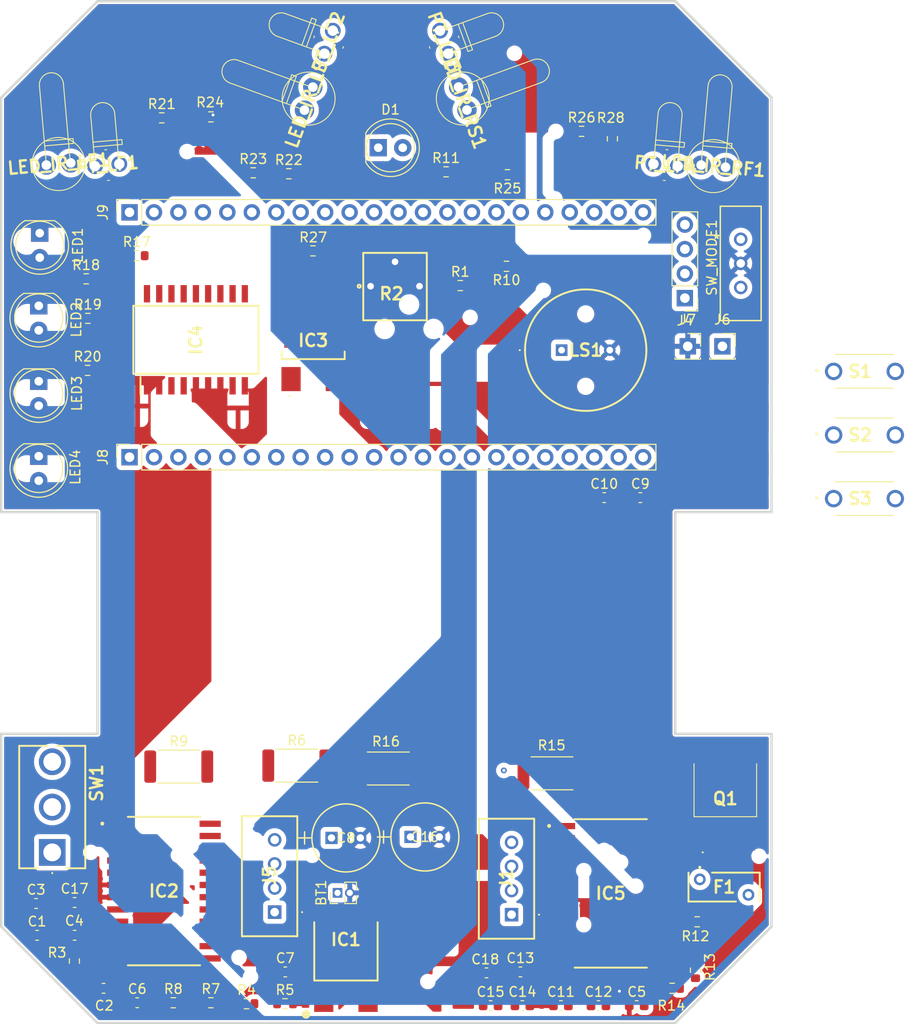
<source format=kicad_pcb>
(kicad_pcb (version 20240108) (generator "pcbnew") (generator_version "8.0")
  (layers (0 "F.Cu" signal) (31 "B.Cu" signal) (34 "B.Paste" user) (35 "F.Paste" user) (36 "B.SilkS" user "B.Silkscreen") (37 "F.SilkS" user "F.Silkscreen") (38 "B.Mask" user) (39 "F.Mask" user) (44 "Edge.Cuts" user))
  (net 0 "")
  (net 1 "GND")
  (net 3 "MODE")
  (net 4 "Net-(BT1-+)")
  (net 5 "+12V")
  (net 6 "Net-(IC2-VCP)")
  (net 7 "Net-(IC2-VREG)")
  (net 8 "5V")
  (net 9 "+5V")
  (net 10 "+3V3")
  (net 11 "Net-(IC5-VCP)")
  (net 12 "Net-(IC5-VREG)")
  (net 13 "Net-(IC2-CP1)")
  (net 14 "Net-(IC2-CP2)")
  (net 15 "Net-(IC5-CP1)")
  (net 16 "Net-(IC5-CP2)")
  (net 17 "Net-(D1-K)")
  (net 18 "Net-(Q1-S)")
  (net 19 "Net-(IC2-SENSE2)")
  (net 20 "MOTOR_EN")
  (net 21 "Net-(IC2-SENSE1)")
  (net 22 "DIR_L")
  (net 23 "Net-(IC2-OUT1B)")
  (net 24 "Net-(IC2-OUT2A)")
  (net 25 "Net-(IC2-OUT2B)")
  (net 26 "Net-(IC2-REF)")
  (net 27 "STEP_L")
  (net 28 "Net-(IC2-OUT1A)")
  (net 29 "SEN_LED_LS")
  (net 30 "Net-(IC4-O6)")
  (net 31 "Net-(IC4-O4)")
  (net 32 "LED1")
  (net 33 "Net-(IC4-O3)")
  (net 34 "SEN_LED_LF")
  (net 35 "SEN_LED_RF")
  (net 36 "Net-(IC4-O5)")
  (net 37 "LED2")
  (net 38 "Net-(IC4-O2)")
  (net 39 "SEN_LED_RS")
  (net 40 "LED3")
  (net 41 "Net-(IC4-O8)")
  (net 42 "Net-(IC4-O7)")
  (net 43 "LED4")
  (net 44 "Net-(IC4-O1)")
  (net 46 "Net-(IC5-SENSE1)")
  (net 47 "Net-(IC5-OUT2B)")
  (net 48 "Net-(IC5-REF)")
  (net 49 "Net-(IC5-OUT1A)")
  (net 50 "Net-(IC5-OUT1B)")
  (net 51 "STEP_R")
  (net 52 "DIR_R")
  (net 53 "Net-(IC5-SENSE2)")
  (net 54 "Net-(IC5-OUT2A)")
  (net 55 "UA3")
  (net 56 "UA4")
  (net 57 "UA2")
  (net 58 "UA1")
  (net 59 "VDD")
  (net 64 "AD_LS")
  (net 65 "AD_RS")
  (net 69 "AD_LF")
  (net 72 "AD_RF")
  (net 75 "DOWN")
  (net 76 "UP")
  (net 78 "BUZZER")
  (net 80 "EXECUTE")
  (net 84 "Net-(LED1-K)")
  (net 85 "Net-(LED2-K)")
  (net 86 "Net-(LED3-K)")
  (net 87 "Net-(LED4-K)")
  (net 88 "Net-(LED_IR_LF1-K)")
  (net 89 "Net-(LED_IR_LS1-K)")
  (net 90 "Net-(LED_IR_RF1-K)")
  (net 91 "Net-(LED_IR_RS1-K)")
  (net 92 "Net-(LS1-+)")
  (net 93 "Net-(Q1-D)")
  (net 95 "Net-(R4-Pad2)")
  (net 96 "BATTERY")
  (net 97 "Net-(R13-Pad2)")
  (footprint "Resistor_SMD:R_0603_1608Metric" (layer "F.Cu") (at 121.4 70)
    (property "Reference" "R19" (at 0 -1.43 0) (layer "F.SilkS"))
    (property "Value" "1k" (hide yes))
    (pad "1" smd roundrect (at -0.825 0) (size 0.8 0.95) (layers "F.Cu" "F.Paste" "F.Mask") (net 86 "Net-(LED3-K)"))
    (pad "2" smd roundrect (at 0.825 0) (size 0.8 0.95) (layers "F.Cu" "F.Paste" "F.Mask") (net 33 "Net-(IC4-O3)"))
  )
  (footprint "Capacitor_SMD:C_0603_1608Metric" (layer "F.Cu") (at 116.125 134)
    (property "Reference" "C1" (at 0 -1.43 0) (layer "F.SilkS"))
    (property "Value" "10u" (hide yes))
    (pad "1" smd roundrect (at -0.775 0) (size 0.9 0.95) (layers "F.Cu" "F.Paste" "F.Mask") (net 5 "+12V"))
    (pad "2" smd roundrect (at 0.775 0) (size 0.9 0.95) (layers "F.Cu" "F.Paste" "F.Mask") (net 1 "GND"))
  )
  (footprint "Connector_PinSocket_2.54mm:PinSocket_1x22_P2.54mm_Vertical" (layer "F.Cu") (at 125.725 59 90)
    (property "Reference" "J9" (at 0 -2.77 90) (layer "F.SilkS"))
    (property "Value" "Conn_01x22_Socket" (hide yes))
    (pad "1" thru_hole rect (at 0 0 90) (size 1.7 1.7) (drill 1) (layers "*.Cu" "*.Mask"))
    (pad "2" thru_hole oval (at 0 2.54 90) (size 1.7 1.7) (drill 1) (layers "*.Cu" "*.Mask"))
    (pad "3" thru_hole oval (at 0 5.08 90) (size 1.7 1.7) (drill 1) (layers "*.Cu" "*.Mask"))
    (pad "4" thru_hole oval (at 0 7.62 90) (size 1.7 1.7) (drill 1) (layers "*.Cu" "*.Mask") (net 22 "DIR_L"))
    (pad "5" thru_hole oval (at 0 10.16 90) (size 1.7 1.7) (drill 1) (layers "*.Cu" "*.Mask") (net 52 "DIR_R"))
    (pad "6" thru_hole oval (at 0 12.7 90) (size 1.7 1.7) (drill 1) (layers "*.Cu" "*.Mask") (net 27 "STEP_L"))
    (pad "7" thru_hole oval (at 0 15.24 90) (size 1.7 1.7) (drill 1) (layers "*.Cu" "*.Mask") (net 51 "STEP_R"))
    (pad "8" thru_hole oval (at 0 17.78 90) (size 1.7 1.7) (drill 1) (layers "*.Cu" "*.Mask") (net 78 "BUZZER"))
    (pad "9" thru_hole oval (at 0 20.32 90) (size 1.7 1.7) (drill 1) (layers "*.Cu" "*.Mask") (net 20 "MOTOR_EN"))
    (pad "10" thru_hole oval (at 0 22.86 90) (size 1.7 1.7) (drill 1) (layers "*.Cu" "*.Mask") (net 76 "UP"))
    (pad "11" thru_hole oval (at 0 25.4 90) (size 1.7 1.7) (drill 1) (layers "*.Cu" "*.Mask") (net 75 "DOWN"))
    (pad "12" thru_hole oval (at 0 27.94 90) (size 1.7 1.7) (drill 1) (layers "*.Cu" "*.Mask") (net 80 "EXECUTE"))
    (pad "13" thru_hole oval (at 0 30.48 90) (size 1.7 1.7) (drill 1) (layers "*.Cu" "*.Mask") (net 3 "MODE"))
    (pad "14" thru_hole oval (at 0 33.02 90) (size 1.7 1.7) (drill 1) (layers "*.Cu" "*.Mask"))
    (pad "15" thru_hole oval (at 0 35.56 90) (size 1.7 1.7) (drill 1) (layers "*.Cu" "*.Mask") (net 58 "UA1"))
    (pad "16" thru_hole oval (at 0 38.1 90) (size 1.7 1.7) (drill 1) (layers "*.Cu" "*.Mask") (net 57 "UA2"))
    (pad "17" thru_hole oval (at 0 40.64 90) (size 1.7 1.7) (drill 1) (layers "*.Cu" "*.Mask") (net 55 "UA3"))
    (pad "18" thru_hole oval (at 0 43.18 90) (size 1.7 1.7) (drill 1) (layers "*.Cu" "*.Mask") (net 56 "UA4"))
    (pad "19" thru_hole oval (at 0 45.72 90) (size 1.7 1.7) (drill 1) (layers "*.Cu" "*.Mask") (net 65 "AD_RS"))
    (pad "20" thru_hole oval (at 0 48.26 90) (size 1.7 1.7) (drill 1) (layers "*.Cu" "*.Mask"))
    (pad "21" thru_hole oval (at 0 50.8 90) (size 1.7 1.7) (drill 1) (layers "*.Cu" "*.Mask"))
    (pad "22" thru_hole oval (at 0 53.34 90) (size 1.7 1.7) (drill 1) (layers "*.Cu" "*.Mask"))
  )
  (footprint "ANT11SF1CQE:ANT11SF1CQE" (layer "F.Cu") (at 117.7 125.4)
    (property "Reference" "SW1" (at 4.6 -7.2 -90) (layer "F.SilkS") (effects (font (size 1.27 1.27) (thickness 0.254))))
    (property "Value" "SW_SPST" (hide yes))
    (pad "1" thru_hole rect (at 0 0) (size 2.775 2.775) (drill 1.85) (layers "*.Cu" "*.Mask") (net 93 "Net-(Q1-D)"))
    (pad "2" thru_hole circle (at 0 -4.7) (size 2.775 2.775) (drill 1.85) (layers "*.Cu" "*.Mask") (net 4 "Net-(BT1-+)"))
    (pad "3" thru_hole circle (at 0 -9.4) (size 2.775 2.775) (drill 1.85) (layers "*.Cu" "*.Mask"))
  )
  (footprint "EG1218:SW_1218_EWI" (layer "F.Cu") (at 189.2 61.8)
    (property "Reference" "SW_MODE1" (at -3 1.9 90) (layer "F.SilkS"))
    (property "Value" "~")
    (fp_text user "*" (at -2.5019 0 0) (layer "F.SilkS"))
    (fp_text user "*" (at -2.5019 0 0) (layer "F.SilkS"))
    (pad "1" thru_hole circle (at 0 0) (size 1.397 1.397) (drill 0.889) (layers "*.Cu" "*.Mask") (net 3 "MODE"))
    (pad "2" thru_hole circle (at 0 2.5) (size 1.397 1.397) (drill 0.889) (layers "*.Cu" "*.Mask") (net 1 "GND"))
    (pad "3" thru_hole circle (at 0 5) (size 1.397 1.397) (drill 0.889) (layers "*.Cu" "*.Mask"))
  )
  (footprint "PTS636_SL43_LFS:PTS636SL43LFS" (layer "F.Cu") (at 198.85 88.7)
    (property "Reference" "S3" (at 2.75 0 0) (layer "F.SilkS") (effects (font (size 1.27 1.27) (thickness 0.254))))
    (property "Value" "PTS636_SL43_LFS" (hide yes))
    (pad "1" thru_hole circle (at 0 0) (size 1.8 1.8) (drill 1.2) (layers "*.Cu" "*.Mask") (net 80 "EXECUTE"))
    (pad "2" thru_hole circle (at 6.4 0) (size 1.8 1.8) (drill 1.2) (layers "*.Cu" "*.Mask") (net 1 "GND"))
  )
  (footprint "Capacitor_SMD:C_0603_1608Metric" (layer "F.Cu") (at 126.525 141)
    (property "Reference" "C6" (at 0 -1.43 0) (layer "F.SilkS"))
    (property "Value" "10u" (hide yes))
    (pad "1" smd roundrect (at -0.775 0) (size 0.9 0.95) (layers "F.Cu" "F.Paste" "F.Mask") (net 8 "5V"))
    (pad "2" smd roundrect (at 0.775 0) (size 0.9 0.95) (layers "F.Cu" "F.Paste" "F.Mask") (net 1 "GND"))
  )
  (footprint "Resistor_SMD:R_0603_1608Metric" (layer "F.Cu") (at 138.575 54.9)
    (property "Reference" "R23" (at 0 -1.43 0) (layer "F.SilkS"))
    (property "Value" "33" (hide yes))
    (pad "1" smd roundrect (at -0.825 0) (size 0.8 0.95) (layers "F.Cu" "F.Paste" "F.Mask") (net 89 "Net-(LED_IR_LS1-K)"))
    (pad "2" smd roundrect (at 0.825 0) (size 0.8 0.95) (layers "F.Cu" "F.Paste" "F.Mask") (net 36 "Net-(IC4-O5)"))
  )
  (footprint "Capacitor_SMD:C_0603_1608Metric" (layer "F.Cu") (at 162.8 137.9 180)
    (property "Reference" "C18" (at 0.125 1.4 360) (layer "F.SilkS"))
    (property "Value" "0.1u" (hide yes))
    (pad "1" smd roundrect (at -0.775 0 180) (size 0.9 0.95) (layers "F.Cu" "F.Paste" "F.Mask") (net 16 "Net-(IC5-CP2)"))
    (pad "2" smd roundrect (at 0.775 0 180) (size 0.9 0.95) (layers "F.Cu" "F.Paste" "F.Mask") (net 15 "Net-(IC5-CP1)"))
  )
  (footprint "Connector_PinSocket_2.54mm:PinSocket_1x22_P2.54mm_Vertical" (layer "F.Cu") (at 125.725 84.4 90)
    (property "Reference" "J8" (at 0 -2.77 90) (layer "F.SilkS"))
    (property "Value" "Conn_01x22_Socket" (hide yes))
    (pad "1" thru_hole rect (at 0 0 90) (size 1.7 1.7) (drill 1) (layers "*.Cu" "*.Mask"))
    (pad "2" thru_hole oval (at 0 2.54 90) (size 1.7 1.7) (drill 1) (layers "*.Cu" "*.Mask"))
    (pad "3" thru_hole oval (at 0 5.08 90) (size 1.7 1.7) (drill 1) (layers "*.Cu" "*.Mask"))
    (pad "4" thru_hole oval (at 0 7.62 90) (size 1.7 1.7) (drill 1) (layers "*.Cu" "*.Mask") (net 32 "LED1"))
    (pad "5" thru_hole oval (at 0 10.16 90) (size 1.7 1.7) (drill 1) (layers "*.Cu" "*.Mask") (net 37 "LED2"))
    (pad "6" thru_hole oval (at 0 12.7 90) (size 1.7 1.7) (drill 1) (layers "*.Cu" "*.Mask") (net 40 "LED3"))
    (pad "7" thru_hole oval (at 0 15.24 90) (size 1.7 1.7) (drill 1) (layers "*.Cu" "*.Mask") (net 43 "LED4"))
    (pad "8" thru_hole oval (at 0 17.78 90) (size 1.7 1.7) (drill 1) (layers "*.Cu" "*.Mask") (net 29 "SEN_LED_LS"))
    (pad "9" thru_hole oval (at 0 20.32 90) (size 1.7 1.7) (drill 1) (layers "*.Cu" "*.Mask") (net 34 "SEN_LED_LF"))
    (pad "10" thru_hole oval (at 0 22.86 90) (size 1.7 1.7) (drill 1) (layers "*.Cu" "*.Mask") (net 35 "SEN_LED_RF"))
    (pad "11" thru_hole oval (at 0 25.4 90) (size 1.7 1.7) (drill 1) (layers "*.Cu" "*.Mask") (net 39 "SEN_LED_RS"))
    (pad "12" thru_hole oval (at 0 27.94 90) (size 1.7 1.7) (drill 1) (layers "*.Cu" "*.Mask") (net 96 "BATTERY"))
    (pad "13" thru_hole oval (at 0 30.48 90) (size 1.7 1.7) (drill 1) (layers "*.Cu" "*.Mask"))
    (pad "14" thru_hole oval (at 0 33.02 90) (size 1.7 1.7) (drill 1) (layers "*.Cu" "*.Mask"))
    (pad "15" thru_hole oval (at 0 35.56 90) (size 1.7 1.7) (drill 1) (layers "*.Cu" "*.Mask"))
    (pad "16" thru_hole oval (at 0 38.1 90) (size 1.7 1.7) (drill 1) (layers "*.Cu" "*.Mask") (net 69 "AD_LF"))
    (pad "17" thru_hole oval (at 0 40.64 90) (size 1.7 1.7) (drill 1) (layers "*.Cu" "*.Mask") (net 64 "AD_LS"))
    (pad "18" thru_hole oval (at 0 43.18 90) (size 1.7 1.7) (drill 1) (layers "*.Cu" "*.Mask"))
    (pad "19" thru_hole oval (at 0 45.72 90) (size 1.7 1.7) (drill 1) (layers "*.Cu" "*.Mask") (net 72 "AD_RF"))
    (pad "20" thru_hole oval (at 0 48.26 90) (size 1.7 1.7) (drill 1) (layers "*.Cu" "*.Mask"))
    (pad "21" thru_hole oval (at 0 50.8 90) (size 1.7 1.7) (drill 1) (layers "*.Cu" "*.Mask"))
    (pad "22" thru_hole oval (at 0 53.34 90) (size 1.7 1.7) (drill 1) (layers "*.Cu" "*.Mask"))
  )
  (footprint "Resistor_SMD:R_2512_6332Metric" (layer "F.Cu") (at 169.6 117.2 180)
    (property "Reference" "R15" (at 0.0375 2.9 360) (layer "F.SilkS"))
    (property "Value" "0.56" (hide yes))
    (pad "1" smd roundrect (at -2.9625 0 180) (size 1.225 3.35) (layers "F.Cu" "F.Paste" "F.Mask") (roundrect_rratio 0.204082) (net 46 "Net-(IC5-SENSE1)"))
    (pad "2" smd roundrect (at 2.9625 0 180) (size 1.225 3.35) (layers "F.Cu" "F.Paste" "F.Mask") (roundrect_rratio 0.204082) (net 1 "GND"))
  )
  (footprint "PTS636_SL43_LFS:PTS636SL43LFS" (layer "F.Cu") (at 198.85 82.1)
    (property "Reference" "S2" (at 2.75 0 0) (layer "F.SilkS") (effects (font (size 1.27 1.27) (thickness 0.254))))
    (property "Value" "PTS636_SL43_LFS" (hide yes))
    (pad "1" thru_hole circle (at 0 0) (size 1.8 1.8) (drill 1.2) (layers "*.Cu" "*.Mask") (net 75 "DOWN"))
    (pad "2" thru_hole circle (at 6.4 0) (size 1.8 1.8) (drill 1.2) (layers "*.Cu" "*.Mask") (net 1 "GND"))
  )
  (footprint "Capacitor_SMD:C_0603_1608Metric" (layer "F.Cu") (at 116.025 130.7)
    (property "Reference" "C3" (at 0 -1.43 0) (layer "F.SilkS"))
    (property "Value" "0.1u" (hide yes))
    (pad "1" smd roundrect (at -0.775 0) (size 0.9 0.95) (layers "F.Cu" "F.Paste" "F.Mask") (net 5 "+12V"))
    (pad "2" smd roundrect (at 0.775 0) (size 0.9 0.95) (layers "F.Cu" "F.Paste" "F.Mask") (net 6 "Net-(IC2-VCP)"))
  )
  (footprint "A3982SLBTR-T:A3959SLBTRT" (layer "F.Cu") (at 175.7 129.655)
    (property "Reference" "IC5" (at 0 0 0) (layer "F.SilkS") (effects (font (size 1.27 1.27) (thickness 0.254))))
    (property "Value" "A3982SLBTR-T" (hide yes))
    (pad "1" smd rect (at -4.8 -6.985 90) (size 0.65 2.2) (layers "F.Cu" "F.Paste" "F.Mask") (net 54 "Net-(IC5-OUT2A)"))
    (pad "2" smd rect (at -4.8 -5.715 90) (size 0.65 2.2) (layers "F.Cu" "F.Paste" "F.Mask") (net 53 "Net-(IC5-SENSE2)"))
    (pad "3" smd rect (at -4.8 -4.445 90) (size 0.65 2.2) (layers "F.Cu" "F.Paste" "F.Mask") (net 5 "+12V"))
    (pad "4" smd rect (at -4.8 -3.175 90) (size 0.65 2.2) (layers "F.Cu" "F.Paste" "F.Mask") (net 47 "Net-(IC5-OUT2B)"))
    (pad "5" smd rect (at -4.8 -1.905 90) (size 0.65 2.2) (layers "F.Cu" "F.Paste" "F.Mask") (net 20 "MOTOR_EN"))
    (pad "6" smd rect (at -4.8 -0.635 90) (size 0.65 2.2) (layers "F.Cu" "F.Paste" "F.Mask") (net 1 "GND"))
    (pad "7" smd rect (at -4.8 0.635 90) (size 0.65 2.2) (layers "F.Cu" "F.Paste" "F.Mask") (net 1 "GND"))
    (pad "8" smd rect (at -4.8 1.905 90) (size 0.65 2.2) (layers "F.Cu" "F.Paste" "F.Mask") (net 15 "Net-(IC5-CP1)"))
    (pad "9" smd rect (at -4.8 3.175 90) (size 0.65 2.2) (layers "F.Cu" "F.Paste" "F.Mask") (net 16 "Net-(IC5-CP2)"))
    (pad "10" smd rect (at -4.8 4.445 90) (size 0.65 2.2) (layers "F.Cu" "F.Paste" "F.Mask") (net 11 "Net-(IC5-VCP)"))
    (pad "11" smd rect (at -4.8 5.715 90) (size 0.65 2.2) (layers "F.Cu" "F.Paste" "F.Mask") (net 12 "Net-(IC5-VREG)"))
    (pad "12" smd rect (at -4.8 6.985 90) (size 0.65 2.2) (layers "F.Cu" "F.Paste" "F.Mask") (net 5 "+12V"))
    (pad "13" smd rect (at 4.8 6.985 90) (size 0.65 2.2) (layers "F.Cu" "F.Paste" "F.Mask") (net 5 "+12V"))
    (pad "14" smd rect (at 4.8 5.715 90) (size 0.65 2.2) (layers "F.Cu" "F.Paste" "F.Mask") (net 5 "+12V"))
    (pad "15" smd rect (at 4.8 4.445 90) (size 0.65 2.2) (layers "F.Cu" "F.Paste" "F.Mask") (net 5 "+12V"))
    (pad "16" smd rect (at 4.8 3.175 90) (size 0.65 2.2) (layers "F.Cu" "F.Paste" "F.Mask") (net 51 "STEP_R"))
    (pad "17" smd rect (at 4.8 1.905 90) (size 0.65 2.2) (layers "F.Cu" "F.Paste" "F.Mask") (net 48 "Net-(IC5-REF)"))
    (pad "18" smd rect (at 4.8 0.635 90) (size 0.65 2.2) (layers "F.Cu" "F.Paste" "F.Mask") (net 1 "GND"))
    (pad "19" smd rect (at 4.8 -0.635 90) (size 0.65 2.2) (layers "F.Cu" "F.Paste" "F.Mask") (net 1 "GND"))
    (pad "20" smd rect (at 4.8 -1.905 90) (size 0.65 2.2) (layers "F.Cu" "F.Paste" "F.Mask") (net 52 "DIR_R"))
    (pad "21" smd rect (at 4.8 -3.175 90) (size 0.65 2.2) (layers "F.Cu" "F.Paste" "F.Mask") (net 50 "Net-(IC5-OUT1B)"))
    (pad "22" smd rect (at 4.8 -4.445 90) (size 0.65 2.2) (layers "F.Cu" "F.Paste" "F.Mask") (net 5 "+12V"))
    (pad "23" smd rect (at 4.8 -5.715 90) (size 0.65 2.2) (layers "F.Cu" "F.Paste" "F.Mask") (net 46 "Net-(IC5-SENSE1)"))
    (pad "24" smd rect (at 4.8 -6.985 90) (size 0.65 2.2) (layers "F.Cu" "F.Paste" "F.Mask") (net 49 "Net-(IC5-OUT1A)"))
  )
  (footprint "Resistor_SMD:R_0603_1608Metric" (layer "F.Cu") (at 134.175 141)
    (property "Reference" "R7" (at 0 -1.43 0) (layer "F.SilkS"))
    (property "Value" "10k" (hide yes))
    (pad "1" smd roundrect (at -0.825 0) (size 0.8 0.95) (layers "F.Cu" "F.Paste" "F.Mask") (net 96 "BATTERY"))
    (pad "2" smd roundrect (at 0.825 0) (size 0.8 0.95) (layers "F.Cu" "F.Paste" "F.Mask") (net 5 "+12V"))
  )
  (footprint "Capacitor_SMD:C_0603_1608Metric" (layer "F.Cu") (at 166.525 141.3)
    (property "Reference" "C14" (at 0 -1.43 0) (layer "F.SilkS"))
    (property "Value" "1u" (hide yes))
    (pad "1" smd roundrect (at -0.775 0) (size 0.9 0.95) (layers "F.Cu" "F.Paste" "F.Mask") (net 12 "Net-(IC5-VREG)"))
    (pad "2" smd roundrect (at 0.775 0) (size 0.9 0.95) (layers "F.Cu" "F.Paste" "F.Mask") (net 1 "GND"))
  )
  (footprint "Resistor_SMD:R_0603_1608Metric" (layer "F.Cu") (at 184.675 132.6)
    (property "Reference" "R12" (at -0.175 1.5 180) (layer "F.SilkS"))
    (property "Value" "10k" (hide yes))
    (pad "1" smd roundrect (at -0.825 0) (size 0.8 0.95) (layers "F.Cu" "F.Paste" "F.Mask") (net 5 "+12V"))
    (pad "2" smd roundrect (at 0.825 0) (size 0.8 0.95) (layers "F.Cu" "F.Paste" "F.Mask") (net 48 "Net-(IC5-REF)"))
  )
  (footprint "Resistor_SMD:R_0603_1608Metric" (layer "F.Cu") (at 121.225 65.9)
    (property "Reference" "R18" (at 0 -1.43 0) (layer "F.SilkS"))
    (property "Value" "1k" (hide yes))
    (pad "1" smd roundrect (at -0.825 0) (size 0.8 0.95) (layers "F.Cu" "F.Paste" "F.Mask") (net 85 "Net-(LED2-K)"))
    (pad "2" smd roundrect (at 0.825 0) (size 0.8 0.95) (layers "F.Cu" "F.Paste" "F.Mask") (net 38 "Net-(IC4-O2)"))
  )
  (footprint "Connector_PinSocket_2.54mm:PinSocket_1x01_P2.54mm_Vertical" (layer "F.Cu") (at 183.7 72.9)
    (property "Reference" "J7" (at 0 -2.77 0) (layer "F.SilkS"))
    (property "Value" "Conn_01x01_Socket" (hide yes))
    (pad "1" thru_hole rect (at 0 0) (size 1.7 1.7) (drill 1) (layers "*.Cu" "*.Mask") (net 1 "GND"))
  )
  (footprint "Resistor_SMD:R_0603_1608Metric" (layer "F.Cu") (at 129.075 49.2)
    (property "Reference" "R21" (at 0 -1.43 0) (layer "F.SilkS"))
    (property "Value" "1k" (hide yes))
    (pad "1" smd roundrect (at -0.825 0) (size 0.8 0.95) (layers "F.Cu" "F.Paste" "F.Mask") (net 69 "AD_LF"))
    (pad "2" smd roundrect (at 0.825 0) (size 0.8 0.95) (layers "F.Cu" "F.Paste" "F.Mask") (net 1 "GND"))
  )
  (footprint "LED_THT:LED_D5.0mm" (layer "F.Cu") (at 116.3 76.525 -90)
    (property "Reference" "LED3" (at 1.27 -3.96 90) (layer "F.SilkS"))
    (property "Value" "LED" (hide yes))
    (pad "1" thru_hole rect (at 0 0 270) (size 1.8 1.8) (drill 0.9) (layers "*.Cu" "*.Mask") (net 86 "Net-(LED3-K)"))
    (pad "2" thru_hole circle (at 2.54 0 270) (size 1.8 1.8) (drill 0.9) (layers "*.Cu" "*.Mask") (net 9 "+5V"))
  )
  (footprint "PKM13EPYH4000-A0:PKM13EPYH4000A0" (layer "F.Cu") (at 170.6 73.3)
    (property "Reference" "LS1" (at 2.5 0 0) (layer "F.SilkS") (effects (font (size 1.27 1.27) (thickness 0.254))))
    (property "Value" "PKM13EPYH4000-A0" (hide yes))
    (pad "" np_thru_hole circle (at 2.5 -3.75) (size 1.2 1.2) (drill 1.2) (layers "*.Cu" "*.Mask"))
    (pad "" np_thru_hole circle (at 2.5 3.75) (size 1.2 1.2) (drill 1.2) (layers "*.Cu" "*.Mask"))
    (pad "1" thru_hole rect (at 0 0) (size 1.2 1.2) (drill 0.7) (layers "*.Cu" "*.Mask") (net 92 "Net-(LS1-+)"))
    (pad "2" thru_hole circle (at 5 0) (size 1.2 1.2) (drill 0.7) (layers "*.Cu" "*.Mask") (net 1 "GND"))
  )
  (footprint "footprints:PCAP_SEP_C6_PAN" (layer "F.Cu") (at 146.7 123.9)
    (property "Reference" "C8" (at 1.4986 0 0) (layer "F.SilkS"))
    (property "Value" "100u")
    (pad "1" thru_hole rect (at 0 0) (size 1.27 1.27) (drill 0.762) (layers "*.Cu" "*.Mask") (net 5 "+12V"))
    (pad "2" thru_hole circle (at 2.9972 0) (size 1.27 1.27) (drill 0.762) (layers "*.Cu" "*.Mask") (net 1 "GND"))
  )
  (footprint "LED_THT:LED_D5.0mm" (layer "F.Cu") (at 116.4 61.16 -90)
    (property "Reference" "LED1" (at 1.27 -3.96 90) (layer "F.SilkS"))
    (property "Value" "LED" (hide yes))
    (pad "1" thru_hole rect (at 0 0 270) (size 1.8 1.8) (drill 0.9) (layers "*.Cu" "*.Mask") (net 84 "Net-(LED1-K)"))
    (pad "2" thru_hole circle (at 2.54 0 270) (size 1.8 1.8) (drill 0.9) (layers "*.Cu" "*.Mask") (net 9 "+5V"))
  )
  (footprint "B4B-XH-A:B4BXHA" (layer "F.Cu") (at 165.4 131.86 90)
    (property "Reference" "J1" (at 3.725 -0.525 90) (layer "F.SilkS") (effects (font (size 1.27 1.27) (thickness 0.254))))
    (property "Value" "B4B-XH-A" (hide yes))
    (pad "1" thru_hole rect (at 0 0 90) (size 1.4 1.4) (drill 0.9) (layers "*.Cu" "*.Mask") (net 49 "Net-(IC5-OUT1A)"))
    (pad "2" thru_hole circle (at 2.5 0 90) (size 1.4 1.4) (drill 0.9) (layers "*.Cu" "*.Mask") (net 50 "Net-(IC5-OUT1B)"))
    (pad "3" thru_hole circle (at 5 0 90) (size 1.4 1.4) (drill 0.9) (layers "*.Cu" "*.Mask") (net 47 "Net-(IC5-OUT2B)"))
    (pad "4" thru_hole circle (at 7.5 0 90) (size 1.4 1.4) (drill 0.9) (layers "*.Cu" "*.Mask") (net 54 "Net-(IC5-OUT2A)"))
  )
  (footprint "Resistor_SMD:R_0603_1608Metric" (layer "F.Cu") (at 126.475 63.5)
    (property "Reference" "R17" (at 0 -1.43 0) (layer "F.SilkS"))
    (property "Value" "1k" (hide yes))
    (pad "1" smd roundrect (at -0.825 0) (size 0.8 0.95) (layers "F.Cu" "F.Paste" "F.Mask") (net 84 "Net-(LED1-K)"))
    (pad "2" smd roundrect (at 0.825 0) (size 0.8 0.95) (layers "F.Cu" "F.Paste" "F.Mask") (net 44 "Net-(IC4-O1)"))
  )
  (footprint "LIB_TEFT4300:TEFT4300" (layer "F.Cu") (at 181.4 54.1 -5)
    (property "Reference" "PT_LF4" (at 0 0 -5) (layer "F.SilkS") (effects (font (size 1.27 1.27) (thickness 0.254))))
    (property "Value" "TEFT4300" (hide yes))
    (pad "1" thru_hole circle (at -1.27 0 355) (size 1.635 1.635) (drill 1.09) (layers "*.Cu" "*.Mask") (net 72 "AD_RF"))
    (pad "2" thru_hole circle (at 1.27 0 355) (size 1.635 1.635) (drill 1.09) (layers "*.Cu" "*.Mask") (net 10 "+3V3"))
  )
  (footprint "Resistor_SMD:R_0603_1608Metric" (layer "F.Cu") (at 134.175 49.1 180)
    (property "Reference" "R24" (at 0.075 1.5 360) (layer "F.SilkS"))
    (property "Value" "1k" (hide yes))
    (pad "1" smd roundrect (at -0.825 0 180) (size 0.8 0.95) (layers "F.Cu" "F.Paste" "F.Mask") (net 64 "AD_LS"))
    (pad "2" smd roundrect (at 0.825 0 180) (size 0.8 0.95) (layers "F.Cu" "F.Paste" "F.Mask") (net 1 "GND"))
  )
  (footprint "Resistor_SMD:R_0603_1608Metric" (layer "F.Cu") (at 182.075 139.5 180)
    (property "Reference" "R14" (at 0.075 -1.8 360) (layer "F.SilkS"))
    (property "Value" "10k" (hide yes))
    (pad "1" smd roundrect (at -0.825 0 180) (size 0.8 0.95) (layers "F.Cu" "F.Paste" "F.Mask") (net 97 "Net-(R13-Pad2)"))
    (pad "2" smd roundrect (at 0.825 0 180) (size 0.8 0.95) (layers "F.Cu" "F.Paste" "F.Mask") (net 1 "GND"))
  )
  (footprint "KiCad:3362P_1" (layer "F.Cu") (at 153.3 70.2)
    (property "Reference" "R2" (at -0.36821 -2.74963 0) (layer "F.SilkS") (effects (font (size 1.27 1.27) (thickness 0.254))))
    (property "Value" "10k" (hide yes))
    (pad "1" thru_hole circle (at -2.54 -3.53) (size 1.12 1.12) (drill 0.69) (layers "*.Cu" "*.Mask"))
    (pad "2" thru_hole circle (at 0 -6.07) (size 1.12 1.12) (drill 0.69) (layers "*.Cu" "*.Mask") (net 78 "BUZZER"))
    (pad "3" thru_hole circle (at 2.54 -3.53) (size 1.12 1.12) (drill 0.69) (layers "*.Cu" "*.Mask") (net 92 "Net-(LS1-+)"))
  )
  (footprint "LIB_TEFT4300:TEFT4300" (layer "F.Cu") (at 158.4 41.35 -70)
    (property "Reference" "PT_LF3" (at 0 0 -70) (layer "F.SilkS") (effects (font (size 1.27 1.27) (thickness 0.254))))
    (property "Value" "TEFT4300" (hide yes))
    (pad "1" thru_hole circle (at -1.27 0 290) (size 1.635 1.635) (drill 1.09) (layers "*.Cu" "*.Mask") (net 65 "AD_RS"))
    (pad "2" thru_hole circle (at 1.27 0 290) (size 1.635 1.635) (drill 1.09) (layers "*.Cu" "*.Mask") (net 10 "+3V3"))
  )
  (footprint "Resistor_SMD:R_0603_1608Metric" (layer "F.Cu") (at 158.6 54.8)
    (property "Reference" "R11" (at 0 -1.43 0) (layer "F.SilkS"))
    (property "Value" "1k" (hide yes))
    (pad "1" smd roundrect (at -0.825 0) (size 0.8 0.95) (layers "F.Cu" "F.Paste" "F.Mask") (net 1 "GND"))
    (pad "2" smd roundrect (at 0.825 0) (size 0.8 0.95) (layers "F.Cu" "F.Paste" "F.Mask") (net 17 "Net-(D1-K)"))
  )
  (footprint "LIB_TD62083AF:SOIC127P1030X245-18N" (layer "F.Cu") (at 132.62 72.225 90)
    (property "Reference" "IC4" (at 0 0 90) (layer "F.SilkS") (effects (font (size 1.27 1.27) (thickness 0.254))))
    (property "Value" "TD62083AF" (hide yes))
    (pad "1" smd rect (at -4.775 -5.08 180) (size 0.65 1.8) (layers "F.Cu" "F.Paste" "F.Mask") (net 32 "LED1"))
    (pad "2" smd rect (at -4.775 -3.81 180) (size 0.65 1.8) (layers "F.Cu" "F.Paste" "F.Mask") (net 37 "LED2"))
    (pad "3" smd rect (at -4.775 -2.54 180) (size 0.65 1.8) (layers "F.Cu" "F.Paste" "F.Mask") (net 40 "LED3"))
    (pad "4" smd rect (at -4.775 -1.27 180) (size 0.65 1.8) (layers "F.Cu" "F.Paste" "F.Mask") (net 43 "LED4"))
    (pad "5" smd rect (at -4.775 0 180) (size 0.65 1.8) (layers "F.Cu" "F.Paste" "F.Mask") (net 29 "SEN_LED_LS"))
    (pad "6" smd rect (at -4.775 1.27 180) (size 0.65 1.8) (layers "F.Cu" "F.Paste" "F.Mask") (net 34 "SEN_LED_LF"))
    (pad "7" smd rect (at -4.775 2.54 180) (size 0.65 1.8) (layers "F.Cu" "F.Paste" "F.Mask") (net 35 "SEN_LED_RF"))
    (pad "8" smd rect (at -4.775 3.81 180) (size 0.65 1.8) (layers "F.Cu" "F.Paste" "F.Mask") (net 39 "SEN_LED_RS"))
    (pad "9" smd rect (at -4.775 5.08 180) (size 0.65 1.8) (layers "F.Cu" "F.Paste" "F.Mask") (net 1 "GND"))
    (pad "10" smd rect (at 4.775 5.08 180) (size 0.65 1.8) (layers "F.Cu" "F.Paste" "F.Mask"))
    (pad "11" smd rect (at 4.775 3.81 180) (size 0.65 1.8) (layers "F.Cu" "F.Paste" "F.Mask") (net 41 "Net-(IC4-O8)"))
    (pad "12" smd rect (at 4.775 2.54 180) (size 0.65 1.8) (layers "F.Cu" "F.Paste" "F.Mask") (net 42 "Net-(IC4-O7)"))
    (pad "13" smd rect (at 4.775 1.27 180) (size 0.65 1.8) (layers "F.Cu" "F.Paste" "F.Mask") (net 30 "Net-(IC4-O6)"))
    (pad "14" smd rect (at 4.775 0 180) (size 0.65 1.8) (layers "F.Cu" "F.Paste" "F.Mask") (net 36 "Net-(IC4-O5)"))
    (pad "15" smd rect (at 4.775 -1.27 180) (size 0.65 1.8) (layers "F.Cu" "F.Paste" "F.Mask") (net 31 "Net-(IC4-O4)"))
    (pad "16" smd rect (at 4.775 -2.54 180) (size 0.65 1.8) (layers "F.Cu" "F.Paste" "F.Mask") (net 33 "Net-(IC4-O3)"))
    (pad "17" smd rect (at 4.775 -3.81 180) (size 0.65 1.8) (layers "F.Cu" "F.Paste" "F.Mask") (net 38 "Net-(IC4-O2)"))
    (pad "18" smd rect (at 4.775 -5.08 180) (size 0.65 1.8) (layers "F.Cu" "F.Paste" "F.Mask") (net 44 "Net-(IC4-O1)"))
  )
  (footprint "Resistor_SMD:R_2512_6332Metric" (layer "F.Cu") (at 143.1 116.4)
    (property "Reference" "R6" (at 0 -2.62 360) (layer "F.SilkS"))
    (property "Value" "0.56" (hide yes))
    (pad "1" smd roundrect (at -2.9625 0) (size 1.225 3.35) (layers "F.Cu" "F.Paste" "F.Mask") (roundrect_rratio 0.204082) (net 21 "Net-(IC2-SENSE1)"))
    (pad "2" smd roundrect (at 2.9625 0) (size 1.225 3.35) (layers "F.Cu" "F.Paste" "F.Mask") (roundrect_rratio 0.204082) (net 1 "GND"))
  )
  (footprint "LIB_TEFT4300:TEFT4300" (layer "F.Cu") (at 146.4 41.35 70)
    (property "Reference" "PT_LF2" (at 0 0 70) (layer "F.SilkS") (effects (font (size 1.27 1.27) (thickness 0.254))))
    (property "Value" "TEFT4300" (hide yes))
    (pad "1" thru_hole circle (at -1.27 0 70) (size 1.635 1.635) (drill 1.09) (layers "*.Cu" "*.Mask") (net 64 "AD_LS"))
    (pad "2" thru_hole circle (at 1.27 0 70) (size 1.635 1.635) (drill 1.09) (layers "*.Cu" "*.Mask") (net 10 "+3V3"))
  )
  (footprint "Capacitor_SMD:C_0603_1608Metric" (layer "F.Cu") (at 178.775 88.6)
    (property "Reference" "C9" (at 0 -1.43 0) (layer "F.SilkS"))
    (property "Value" "10u" (hide yes))
    (pad "1" smd roundrect (at -0.775 0) (size 0.9 0.95) (layers "F.Cu" "F.Paste" "F.Mask") (net 5 "+12V"))
    (pad "2" smd roundrect (at 0.775 0) (size 0.9 0.95) (layers "F.Cu" "F.Paste" "F.Mask") (net 1 "GND"))
  )
  (footprint "Resistor_SMD:R_0603_1608Metric" (layer "F.Cu") (at 175.875 51.375 90)
    (property "Reference" "R28" (at 2.175 -0.175 180) (layer "F.SilkS"))
    (property "Value" "1k" (hide yes))
    (pad "1" smd roundrect (at -0.825 0 90) (size 0.8 0.95) (layers "F.Cu" "F.Paste" "F.Mask") (net 72 "AD_RF"))
    (pad "2" smd roundrect (at 0.825 0 90) (size 0.8 0.95) (layers "F.Cu" "F.Paste" "F.Mask") (net 1 "GND"))
  )
  (footprint "Capacitor_SMD:C_0603_1608Metric" (layer "F.Cu") (at 178.4 141.3)
    (property "Reference" "C5" (at 0 -1.43 0) (layer "F.SilkS"))
    (property "Value" "0.1u" (hide yes))
    (pad "1" smd roundrect (at -0.775 0) (size 0.9 0.95) (layers "F.Cu" "F.Paste" "F.Mask") (net 1 "GND"))
    (pad "2" smd roundrect (at 0.775 0) (size 0.9 0.95) (layers "F.Cu" "F.Paste" "F.Mask") (net 5 "+12V"))
  )
  (footprint "Capacitor_SMD:C_0603_1608Metric" (layer "F.Cu") (at 120.025 130.6)
    (property "Reference" "C17" (at 0 -1.43 0) (layer "F.SilkS"))
    (property "Value" "0.1u" (hide yes))
    (pad "1" smd roundrect (at -0.775 0) (size 0.9 0.95) (layers "F.Cu" "F.Paste" "F.Mask") (net 14 "Net-(IC2-CP2)"))
    (pad "2" smd roundrect (at 0.775 0) (size 0.9 0.95) (layers "F.Cu" "F.Paste" "F.Mask") (net 13 "Net-(IC2-CP1)"))
  )
  (footprint "LED_THT:LED_D5.0mm" (layer "F.Cu") (at 151.56 52.3)
    (property "Reference" "D1" (at 1.27 -3.96 0) (layer "F.SilkS"))
    (property "Value" "LED5" (hide yes))
    (pad "1" thru_hole rect (at 0 0) (size 1.8 1.8) (drill 0.9) (layers "*.Cu" "*.Mask") (net 17 "Net-(D1-K)"))
    (pad "2" thru_hole circle (at 2.54 0) (size 1.8 1.8) (drill 0.9) (layers "*.Cu" "*.Mask") (net 9 "+5V"))
  )
  (footprint "Resistor_SMD:R_0603_1608Metric" (layer "F.Cu") (at 164.875 64.6 180)
    (property "Reference" "R10" (at 0 -1.43 360) (layer "F.SilkS"))
    (property "Value" "10k" (hide yes))
    (pad "1" smd roundrect (at -0.825 0 180) (size 0.8 0.95) (layers "F.Cu" "F.Paste" "F.Mask") (net 10 "+3V3"))
    (pad "2" smd roundrect (at 0.825 0 180) (size 0.8 0.95) (layers "F.Cu" "F.Paste" "F.Mask") (net 20 "MOTOR_EN"))
  )
  (footprint "Connector_PinHeader_1.27mm:PinHeader_1x02_P1.27mm_Vertical" (layer "F.Cu") (at 147.33 129.6 90)
    (property "Reference" "BT1" (at 0 -1.695 90) (layer "F.SilkS"))
    (property "Value" "Battery_Cell")
    (pad "1" thru_hole rect (at 0 0 90) (size 1 1) (drill 0.65) (layers "*.Cu" "*.Mask") (net 4 "Net-(BT1-+)"))
    (pad "2" thru_hole oval (at 0 1.27 90) (size 1 1) (drill 0.65) (layers "*.Cu" "*.Mask") (net 1 "GND"))
  )
  (footprint "PTS636_SL43_LFS:PTS636SL43LFS" (layer "F.Cu") (at 198.85 75.5)
    (property "Reference" "S1" (at 2.75 0 0) (layer "F.SilkS") (effects (font (size 1.27 1.27) (thickness 0.254))))
    (property "Value" "PTS636_SL43_LFS" (hide yes))
    (pad "1" thru_hole circle (at 0 0) (size 1.8 1.8) (drill 1.2) (layers "*.Cu" "*.Mask") (net 76 "UP"))
    (pad "2" thru_hole circle (at 6.4 0) (size 1.8 1.8) (drill 1.2) (layers "*.Cu" "*.Mask") (net 1 "GND"))
  )
  (footprint "Capacitor_SMD:C_0603_1608Metric" (layer "F.Cu") (at 120.025 134 180)
    (property "Reference" "C4" (at 0.025 1.5 360) (layer "F.SilkS"))
    (property "Value" "1u" (hide yes))
    (pad "1" smd roundrect (at -0.775 0 180) (size 0.9 0.95) (layers "F.Cu" "F.Paste" "F.Mask") (net 7 "Net-(IC2-VREG)"))
    (pad "2" smd roundrect (at 0.775 0 180) (size 0.9 0.95) (layers "F.Cu" "F.Paste" "F.Mask") (net 1 "GND"))
  )
  (footprint "Resistor_SMD:R_2512_6332Metric" (layer "F.Cu") (at 130.8375 116.5)
    (property "Reference" "R9" (at 0 -2.62 360) (layer "F.SilkS"))
    (property "Value" "0.56" (hide yes))
    (pad "1" smd roundrect (at -2.9625 0) (size 1.225 3.35) (layers "F.Cu" "F.Paste" "F.Mask") (roundrect_rratio 0.204082) (net 19 "Net-(IC2-SENSE2)"))
    (pad "2" smd roundrect (at 2.9625 0) (size 1.225 3.35) (layers "F.Cu" "F.Paste" "F.Mask") (roundrect_rratio 0.204082) (net 1 "GND"))
  )
  (footprint "Capacitor_SMD:C_0603_1608Metric" (layer "F.Cu") (at 175.025 88.6)
    (property "Reference" "C10" (at 0 -1.43 0) (layer "F.SilkS"))
    (property "Value" "1u" (hide yes))
    (pad "1" smd roundrect (at -0.775 0) (size 0.9 0.95) (layers "F.Cu" "F.Paste" "F.Mask") (net 5 "+12V"))
    (pad "2" smd roundrect (at 0.775 0) (size 0.9 0.95) (layers "F.Cu" "F.Paste" "F.Mask") (net 1 "GND"))
  )
  (footprint "Capacitor_SMD:C_0603_1608Metric" (layer "F.Cu") (at 123.025 139.5)
    (property "Reference" "C2" (at 0.075 1.8 0) (layer "F.SilkS"))
    (property "Value" "1u" (hide yes))
    (pad "1" smd roundrect (at -0.775 0) (size 0.9 0.95) (layers "F.Cu" "F.Paste" "F.Mask") (net 5 "+12V"))
    (pad "2" smd roundrect (at 0.775 0) (size 0.9 0.95) (layers "F.Cu" "F.Paste" "F.Mask") (net 1 "GND"))
  )
  (footprint "LIB_SFH_4545:SFH4545" (layer "F.Cu") (at 185.11 54.1 -5)
    (property "Reference" "LED_IR_RF1" (at 1.25 0 -5) (layer "F.SilkS") (effects (font (size 1.27 1.27) (thickness 0.254))))
    (property "Value" "SFH_4545" (hide yes))
    (pad "1" thru_hole circle (at -0.02 0 355) (size 2 2) (drill 1) (layers "*.Cu" "*.Mask") (net 90 "Net-(LED_IR_RF1-K)"))
    (pad "2" thru_hole circle (at 2.52 -0.000001 355) (size 2 2) (drill 1) (layers "*.Cu" "*.Mask") (net 9 "+5V"))
  )
  (footprint "LIB_RUSBF110-2:RUSBF1102" (layer "F.Cu") (at 184.95 128.2)
    (property "Reference" "F1" (at 2.525 0.8 0) (layer "F.SilkS") (effects (font (size 1.27 1.27) (thickness 0.254))))
    (property "Value" "RUSBF110-2" (hide yes))
    (pad "1" thru_hole circle (at 0 0) (size 1.219 1.219) (drill 0.711) (layers "*.Cu" "*.Mask") (net 18 "Net-(Q1-S)"))
    (pad "2" thru_hole circle (at 5.05 1.6) (size 1.219 1.219) (drill 0.711) (layers "*.Cu" "*.Mask") (net 5 "+12V"))
  )
  (footprint "Connector_PinSocket_2.54mm:PinSocket_1x01_P2.54mm_Vertical" (layer "F.Cu") (at 187.3 72.9)
    (property "Reference" "J6" (at 0 -2.77 0) (layer "F.SilkS"))
    (property "Value" "Conn_01x01_Socket" (hide yes))
    (pad "1" thru_hole rect (at 0 0) (size 1.7 1.7) (drill 1) (layers "*.Cu" "*.Mask") (net 59 "VDD"))
  )
  (footprint "Resistor_SMD:R_2512_6332Metric" (layer "F.Cu") (at 152.6 116.7 180)
    (property "Reference" "R16" (at 0.2375 2.8 0) (layer "F.SilkS"))
    (property "Value" "0.56" (hide yes))
    (pad "1" smd roundrect (at -2.9625 0 180) (size 1.225 3.35) (layers "F.Cu" "F.Paste" "F.Mask") (roundrect_rratio 0.204082) (net 53 "Net-(IC5-SENSE2)"))
    (pad "2" smd roundrect (at 2.9625 0 180) (size 1.225 3.35) (layers "F.Cu" "F.Paste" "F.Mask") (roundrect_rratio 0.204082) (net 1 "GND"))
  )
  (footprint "Resistor_SMD:R_0603_1608Metric" (layer "F.Cu") (at 144.775 63 180)
    (property "Reference" "R27" (at -0.025 1.4 360) (layer "F.SilkS"))
    (property "Value" "33" (hide yes))
    (pad "1" smd roundrect (at -0.825 0 180) (size 0.8 0.95) (layers "F.Cu" "F.Paste" "F.Mask") (net 90 "Net-(LED_IR_RF1-K)"))
    (pad "2" smd roundrect (at 0.825 0 180) (size 0.8 0.95) (layers "F.Cu" "F.Paste" "F.Mask") (net 42 "Net-(IC4-O7)"))
  )
  (footprint "Capacitor_SMD:C_0603_1608Metric" (layer "F.Cu") (at 163.225 141.3)
    (property "Reference" "C15" (at 0 -1.43 360) (layer "F.SilkS"))
    (property "Value" "1u" (hide yes))
    (pad "1" smd roundrect (at -0.775 0) (size 0.9 0.95) (layers "F.Cu" "F.Paste" "F.Mask") (net 5 "+12V"))
    (pad "2" smd roundrect (at 0.775 0) (size 0.9 0.95) (layers "F.Cu" "F.Paste" "F.Mask") (net 1 "GND"))
  )
  (footprint "Resistor_SMD:R_0603_1608Metric" (layer "F.Cu") (at 141.875 141.1)
    (property "Reference" "R5" (at 0 -1.43 0) (layer "F.SilkS"))
    (property "Value" "10k" (hide yes))
    (pad "1" smd roundrect (at -0.825 0) (size 0.8 0.95) (layers "F.Cu" "F.Paste" "F.Mask") (net 95 "Net-(R4-Pad2)"))
    (pad "2" smd roundrect (at 0.825 0) (size 0.8 0.95) (layers "F.Cu" "F.Paste" "F.Mask") (net 1 "GND"))
  )
  (footprint "Capacitor_SMD:C_0603_1608Metric" (layer "F.Cu") (at 141.9 137.8)
    (property "Reference" "C7" (at 0 -1.43 0) (layer "F.SilkS"))
    (property "Value" "1u" (hide yes))
    (pad "1" smd roundrect (at -0.775 0) (size 0.9 0.95) (layers "F.Cu" "F.Paste" "F.Mask") (net 5 "+12V"))
    (pad "2" smd roundrect (at 0.775 0) (size 0.9 0.95) (layers "F.Cu" "F.Paste" "F.Mask") (net 1 "GND"))
  )
  (footprint "Resistor_SMD:R_0603_1608Metric" (layer "F.Cu") (at 160.075 66.6)
    (property "Reference" "R1" (at 0 -1.43 0) (layer "F.SilkS"))
    (property "Value" "1k" (hide yes))
    (pad "1" smd roundrect (at -0.825 0) (size 0.8 0.95) (layers "F.Cu" "F.Paste" "F.Mask") (net 92 "Net-(LS1-+)"))
    (pad "2" smd roundrect (at 0.825 0) (size 0.8 0.95) (layers "F.Cu" "F.Paste" "F.Mask") (net 1 "GND"))
  )
  (footprint "Resistor_SMD:R_0603_1608Metric" (layer "F.Cu") (at 137.875 141.1)
    (property "Reference" "R4" (at 0 -1.43 0) (layer "F.SilkS"))
    (property "Value" "10k" (hide yes))
    (pad "1" smd roundrect (at -0.825 0) (size 0.8 0.95) (layers "F.Cu" "F.Paste" "F.Mask") (net 26 "Net-(IC2-REF)"))
    (pad "2" smd roundrect (at 0.825 0) (size 0.8 0.95) (layers "F.Cu" "F.Paste" "F.Mask") (net 95 "Net-(R4-Pad2)"))
  )
  (footprint "Capacitor_SMD:C_0603_1608Metric" (layer "F.Cu") (at 170.525 141.3)
    (property "Reference" "C11" (at 0 -1.43 0) (layer "F.SilkS"))
    (property "Value" "0.1u" (hide yes))
    (pad "1" smd roundrect (at -0.775 0) (size 0.9 0.95) (layers "F.Cu" "F.Paste" "F.Mask") (net 1 "GND"))
    (pad "2" smd roundrect (at 0.775 0) (size 0.9 0.95) (layers "F.Cu" "F.Paste" "F.Mask") (net 9 "+5V"))
  )
  (footprint "Resistor_SMD:R_0603_1608Metric" (layer "F.Cu") (at 172.675 50.6)
    (property "Reference" "R26" (at 0 -1.43 0) (layer "F.SilkS"))
    (property "Value" "1k" (hide yes))
    (pad "1" smd roundrect (at -0.825 0) (size 0.8 0.95) (layers "F.Cu" "F.Paste" "F.Mask") (net 65 "AD_RS"))
    (pad "2" smd roundrect (at 0.825 0) (size 0.8 0.95) (layers "F.Cu" "F.Paste" "F.Mask") (net 1 "GND"))
  )
  (footprint "LIB_NJM2845DL1-05-TE1:TO-252-3-L1" (layer "F.Cu") (at 148.2 132.65)
    (property "Reference" "IC1" (at 0 1.8 0) (layer "F.SilkS") (effects (font (size 1.27 1.27) (thickness 0.254))))
    (property "Value" "NJM2845DL1-05-TE1" (hide yes))
    (pad "1" smd rect (at -2.3 8.05) (size 2 2.5) (layers "F.Cu" "F.Paste" "F.Mask") (net 5 "+12V"))
    (pad "2" smd rect (at 2.3 8.05) (size 2 2.5) (layers "F.Cu" "F.Paste" "F.Mask") (net 8 "5V"))
    (pad "3" smd rect (at 0 1.8 90) (size 6 6) (layers "F.Cu" "F.Paste" "F.Mask") (net 1 "GND"))
  )
  (footprint "Resistor_SMD:R_0603_1608Metric" (layer "F.Cu") (at 121.375 75.4)
    (property "Reference" "R20" (at 0 -1.43 0) (layer "F.SilkS"))
    (property "Value" "1k" (hide yes))
    (pad "1" smd roundrect (at -0.825 0) (size 0.8 0.95) (layers "F.Cu" "F.Paste" "F.Mask") (net 87 "Net-(LED4-K)"))
    (pad "2" smd roundrect (at 0.825 0) (size 0.8 0.95) (layers "F.Cu" "F.Paste" "F.Mask") (net 31 "Net-(IC4-O4)"))
  )
  (footprint "Resistor_SMD:R_0603_1608Metric" (layer "F.Cu") (at 184.5 137.625 -90)
    (property "Reference" "R13" (at -0.325 -1.5 90) (layer "F.SilkS"))
    (property "Value" "10k" (hide yes))
    (pad "1" smd roundrect (at -0.825 0 270) (size 0.8 0.95) (layers "F.Cu" "F.Paste" "F.Mask") (net 48 "Net-(IC5-REF)"))
    (pad "2" smd roundrect (at 0.825 0 270) (size 0.8 0.95) (layers "F.Cu" "F.Paste" "F.Mask") (net 97 "Net-(R13-Pad2)"))
  )
  (footprint "Resistor_SMD:R_0603_1608Metric" (layer "F.Cu") (at 120 136.675 90)
    (property "Reference" "R3" (at 0.875 -1.8 180) (layer "F.SilkS"))
    (property "Value" "10k" (hide yes))
    (pad "1" smd roundrect (at -0.825 0 90) (size 0.8 0.95) (layers "F.Cu" "F.Paste" "F.Mask") (net 5 "+12V"))
    (pad "2" smd roundrect (at 0.825 0 90) (size 0.8 0.95) (layers "F.Cu" "F.Paste" "F.Mask") (net 26 "Net-(IC2-REF)"))
  )
  (footprint "LIB_SFH_4545:SFH4545" (layer "F.Cu") (at 159.90684 46.018794 -70)
    (property "Reference" "LED_IR_RS1" (at 1.25 0 -70) (layer "F.SilkS") (effects (font (size 1.27 1.27) (thickness 0.254))))
    (property "Value" "SFH_4545" (hide yes))
    (pad "1" thru_hole circle (at -0.02 0 290) (size 2 2) (drill 1) (layers "*.Cu" "*.Mask") (net 91 "Net-(LED_IR_RS1-K)"))
    (pad "2" thru_hole circle (at 2.52 0 290) (size 2 2) (drill 1) (layers "*.Cu" "*.Mask") (net 9 "+5V"))
  )
  (footprint "Resistor_SMD:R_0603_1608Metric" (layer "F.Cu") (at 164.975 55.1 180)
    (property "Reference" "R25" (at 0 -1.43 360) (layer "F.SilkS"))
    (property "Value" "33" (hide yes))
    (pad "1" smd roundrect (at -0.825 0 180) (size 0.8 0.95) (layers "F.Cu" "F.Paste" "F.Mask") (net 91 "Net-(LED_IR_RS1-K)"))
    (pad "2" smd roundrect (at 0.825 0 180) (size 0.8 0.95) (layers "F.Cu" "F.Paste" "F.Mask") (net 41 "Net-(IC4-O8)"))
  )
  (footprint "LIB_SFH_4545:SFH4545" (layer "F.Cu") (at 117.11 54.1 5)
    (property "Reference" "LED_IR_LF1" (at 1.25 0 5) (layer "F.SilkS") (effects (font (size 1.27 1.27) (thickness 0.254))))
    (property "Value" "SFH_4545" (hide yes))
    (pad "1" thru_hole circle (at -0.02 0 5) (size 2 2) (drill 1) (layers "*.Cu" "*.Mask") (net 88 "Net-(LED_IR_LF1-K)"))
    (pad "2" thru_hole circle (at 2.52 0.000001 5) (size 2 2) (drill 1) (layers "*.Cu" "*.Mask") (net 9 "+5V"))
  )
  (footprint "Connector_PinHeader_2.54mm:PinHeader_1x04_P2.54mm_Vertical" (layer "F.Cu") (at 183.4 67.9 180)
    (property "Reference" "J4" (at 0 -2.33 360) (layer "F.SilkS"))
    (property "Value" "Conn_01x04_Socket" (hide yes))
    (pad "1" thru_hole rect (at 0 0 180) (size 1.7 1.7) (drill 1) (layers "*.Cu" "*.Mask") (net 58 "UA1"))
    (pad "2" thru_hole oval (at 0 2.54 180) (size 1.7 1.7) (drill 1) (layers "*.Cu" "*.Mask") (net 57 "UA2"))
    (pad "3" thru_hole oval (at 0 5.08 180) (size 1.7 1.7) (drill 1) (layers "*.Cu" "*.Mask") (net 55 "UA3"))
    (pad "4" thru_hole oval (at 0 7.62 180) (size 1.7 1.7) (drill 1) (layers "*.Cu" "*.Mask") (net 56 "UA4"))
  )
  (footprint "Capacitor_SMD:C_0603_1608Metric" (layer "F.Cu") (at 174.425 141.3)
    (property "Reference" "C12" (at 0 -1.43 0) (layer "F.SilkS"))
    (property "Value" "10u" (hide yes))
    (pad "1" smd roundrect (at -0.775 0) (size 0.9 0.95) (layers "F.Cu" "F.Paste" "F.Mask") (net 10 "+3V3"))
    (pad "2" smd roundrect (at 0.775 0) (size 0.9 0.95) (layers "F.Cu" "F.Paste" "F.Mask") (net 1 "GND"))
  )
  (footprint "footprints:PCAP_SEP_C6_PAN" (layer "F.Cu") (at 154.9028 123.8)
    (property "Reference" "C16" (at 1.4986 0 0) (layer "F.SilkS"))
    (property "Value" "100u")
    (pad "1" thru_hole rect (at 0 0) (size 1.27 1.27) (drill 0.762) (layers "*.Cu" "*.Mask") (net 5 "+12V"))
    (pad "2" thru_hole circle (at 2.9972 0) (size 1.27 1.27) (drill 0.762) (layers "*.Cu" "*.Mask") (net 1 "GND"))
  )
  (footprint "Capacitor_SMD:C_0603_1608Metric" (layer "F.Cu") (at 166.325 137.8)
    (property "Reference" "C13" (at 0 -1.43 0) (layer "F.SilkS"))
    (property "Value" "0.1u" (hide yes))
    (pad "1" smd roundrect (at -0.775 0) (size 0.9 0.95) (layers "F.Cu" "F.Paste" "F.Mask") (net 5 "+12V"))
    (pad "2" smd roundrect (at 0.775 0) (size 0.9 0.95) (layers "F.Cu" "F.Paste" "F.Mask") (net 11 "Net-(IC5-VCP)"))
  )
  (footprint "LIB_SFH_4545:SFH4545" (layer "F.Cu") (at 143.9 48.381206 70)
    (property "Reference" "LED_IR_LS1" (at 1.25 0 70) (layer "F.SilkS") (effects (font (size 1.27 1.27) (thickness 0.254))))
    (property "Value" "SFH_4545" (hide yes))
    (pad "1" thru_hole circle (at -0.02 0 70) (size 2 2) (drill 1) (layers "*.Cu" "*.Mask") (net 89 "Net-(LED_IR_LS1-K)"))
    (pad "2" thru_hole circle (at 2.52 0 70) (size 2 2) (drill 1) (layers "*.Cu" "*.Mask") (net 9 "+5V"))
  )
  (footprint "Resistor_SMD:R_0603_1608Metric" (layer "F.Cu") (at 130.275 141)
    (property "Reference" "R8" (at 0 -1.43 0) (layer "F.SilkS"))
    (property "Value" "1k" (hide yes))
    (pad "1" smd roundrect (at -0.825 0) (size 0.8 0.95) (layers "F.Cu" "F.Paste" "F.Mask") (net 1 "GND"))
    (pad "2" smd roundrect (at 0.825 0) (size 0.8 0.95) (layers "F.Cu" "F.Paste" "F.Mask") (net 96 "BATTERY"))
  )
  (footprint "LIB_TEFT4300:TEFT4300" (layer "F.Cu") (at 123.4 54.1 5)
    (property "Reference" "PT_LF1" (at 0 0 5) (layer "F.SilkS") (effects (font (size 1.27 1.27) (thickness 0.254))))
    (property "Value" "TEFT4300" (hide yes))
    (pad "1" thru_hole circle (at -1.27 0 5) (size 1.635 1.635) (drill 1.09) (layers "*.Cu" "*.Mask") (net 69 "AD_LF"))
    (pad "2" thru_hole circle (at 1.27 0 5) (size 1.635 1.635) (drill 1.09) (layers "*.Cu" "*.Mask") (net 10 "+3V3"))
  )
  (footprint "LIB_NJM2845DL1-33-TE1:NJM2845DL133TE1" (layer "F.Cu") (at 144.8 72.245)
    (property "Reference" "IC3" (at 0 0.055 0) (layer "F.SilkS") (effects (font (size 1.27 1.27) (thickness 0.254))))
    (property "Value" "NJM2845DL1-33-TE1" (hide yes))
    (pad "1" smd rect (at -2.3 4.055) (size 2 2.5) (layers "F.Cu" "F.Paste" "F.Mask") (net 9 "+5V"))
    (pad "2" smd rect (at 0 -2.195 90) (size 6 6) (layers "F.Cu" "F.Paste" "F.Mask") (net 1 "GND"))
    (pad "3" smd rect (at 2.3 4.055) (size 2 2.5) (layers "F.Cu" "F.Paste" "F.Mask") (net 10 "+3V3"))
  )
  (footprint "LED_THT:LED_D5.0mm" (layer "F.Cu") (at 116.3 84.3 -90)
    (property "Reference" "LED4" (at 1.14 -3.8 90) (layer "F.SilkS"))
    (property "Value" "LED" (hide yes))
    (pad "1" thru_hole rect (at 0 0 270) (size 1.8 1.8) (drill 0.9) (layers "*.Cu" "*.Mask") (net 87 "Net-(LED4-K)"))
    (pad "2" thru_hole circle (at 2.54 0 270) (size 1.8 1.8) (drill 0.9) (layers "*.Cu" "*.Mask") (net 9 "+5V"))
  )
  (footprint "A3982SLBTR-T:A3959SLBTRT" (layer "F.Cu") (at 129.3 129.415)
    (property "Reference" "IC2" (at 0 0 0) (layer "F.SilkS") (effects (font (size 1.27 1.27) (thickness 0.254))))
    (property "Value" "A3982SLBTR-T" (hide yes))
    (pad "1" smd rect (at -4.8 -6.985 90) (size 0.65 2.2) (layers "F.Cu" "F.Paste" "F.Mask") (net 24 "Net-(IC2-OUT2A)"))
    (pad "2" smd rect (at -4.8 -5.715 90) (size 0.65 2.2) (layers "F.Cu" "F.Paste" "F.Mask") (net 19 "Net-(IC2-SENSE2)"))
    (pad "3" smd rect (at -4.8 -4.445 90) (size 0.65 2.2) (layers "F.Cu" "F.Paste" "F.Mask") (net 5 "+12V"))
    (pad "4" smd rect (at -4.8 -3.175 90) (size 0.65 2.2) (layers "F.Cu" "F.Paste" "F.Mask") (net 25 "Net-(IC2-OUT2B)"))
    (pad "5" smd rect (at -4.8 -1.905 90) (size 0.65 2.2) (layers "F.Cu" "F.Paste" "F.Mask") (net 20 "MOTOR_EN"))
    (pad "6" smd rect (at -4.8 -0.635 90) (size 0.65 2.2) (layers "F.Cu" "F.Paste" "F.Mask") (net 1 "GND"))
    (pad "7" smd rect (at -4.8 0.635 90) (size 0.65 2.2) (layers "F.Cu" "F.Paste" "F.Mask") (net 1 "GND"))
    (pad "8" smd rect (at -4.8 1.905 90) (size 0.65 2.2) (layers "F.Cu" "F.Paste" "F.Mask") (net 13 "Net-(IC2-CP1)"))
    (pad "9" smd rect (at -4.8 3.175 90) (size 0.65 2.2) (layers "F.Cu" "F.Paste" "F.Mask") (net 14 "Net-(IC2-CP2)"))
    (pad "10" smd rect (at -4.8 4.445 90) (size 0.65 2.2) (layers "F.Cu" "F.Paste" "F.Mask") (net 6 "Net-(IC2-VCP)"))
    (pad "11" smd rect (at -4.8 5.715 90) (size 0.65 2.2) (layers "F.Cu" "F.Paste" "F.Mask") (net 7 "Net-(IC2-VREG)"))
    (pad "12" smd rect (at -4.8 6.985 90) (size 0.65 2.2) (layers "F.Cu" "F.Paste" "F.Mask") (net 5 "+12V"))
    (pad "13" smd rect (at 4.8 6.985 90) (size 0.65 2.2) (layers "F.Cu" "F.Paste" "F.Mask") (net 5 "+12V"))
    (pad "14" smd rect (at 4.8 5.715 90) (size 0.65 2.2) (layers "F.Cu" "F.Paste" "F.Mask") (net 5 "+12V"))
    (pad "15" smd rect (at 4.8 4.445 90) (size 0.65 2.2) (layers "F.Cu" "F.Paste" "F.Mask") (net 5 "+12V"))
    (pad "16" smd rect (at 4.8 3.175 90) (size 0.65 2.2) (layers "F.Cu" "F.Paste" "F.Mask") (net 27 "STEP_L"))
    (pad "17" smd rect (at 4.8 1.905 90) (size 0.65 2.2) (layers "F.Cu" "F.Paste" "F.Mask") (net 26 "Net-(IC2-REF)"))
    (pad "18" smd rect (at 4.8 0.635 90) (size 0.65 2.2) (layers "F.Cu" "F.Paste" "F.Mask") (net 1 "GND"))
    (pad "19" smd rect (at 4.8 -0.635 90) (size 0.65 2.2) (layers "F.Cu" "F.Paste" "F.Mask") (net 1 "GND"))
    (pad "20" smd rect (at 4.8 -1.905 90) (size 0.65 2.2) (layers "F.Cu" "F.Paste" "F.Mask") (net 22 "DIR_L"))
    (pad "21" smd rect (at 4.8 -3.175 90) (size 0.65 2.2) (layers "F.Cu" "F.Paste" "F.Mask") (net 23 "Net-(IC2-OUT1B)"))
    (pad "22" smd rect (at 4.8 -4.445 90) (size 0.65 2.2) (layers "F.Cu" "F.Paste" "F.Mask") (net 5 "+12V"))
    (pad "23" smd rect (at 4.8 -5.715 90) (size 0.65 2.2) (layers "F.Cu" "F.Paste" "F.Mask") (net 21 "Net-(IC2-SENSE1)"))
    (pad "24" smd rect (at 4.8 -6.985 90) (size 0.65 2.2) (layers "F.Cu" "F.Paste" "F.Mask") (net 28 "Net-(IC2-OUT1A)"))
  )
  (footprint "LED_THT:LED_D5.0mm" (layer "F.Cu") (at 116.3 68.7 -90)
    (property "Reference" "LED2" (at 1.44 -3.9 90) (layer "F.SilkS"))
    (property "Value" "LED" (hide yes))
    (pad "1" thru_hole rect (at 0 0 270) (size 1.8 1.8) (drill 0.9) (layers "*.Cu" "*.Mask") (net 85 "Net-(LED2-K)"))
    (pad "2" thru_hole circle (at 2.54 0 270) (size 1.8 1.8) (drill 0.9) (layers "*.Cu" "*.Mask") (net 9 "+5V"))
  )
  (footprint "LIB_TJ8S06M3L_T6L1,NQ_:TJ8S06M3LT6L1NQ" (layer "F.Cu") (at 187.6 116.2)
    (property "Reference" "Q1" (at 0 3.625 0) (layer "F.SilkS") (effects (font (size 1.27 1.27) (thickness 0.254))))
    (property "Value" "TJ8S06M3L_T6L1,NQ_" (hide yes))
    (pad "1" smd rect (at -2.3 7.5) (size 1.6 3) (layers "F.Cu" "F.Paste" "F.Mask") (net 1 "GND"))
    (pad "2" smd rect (at 0 1) (size 6 6) (layers "F.Cu" "F.Paste" "F.Mask") (net 93 "Net-(Q1-D)"))
    (pad "3" smd rect (at 2.3 7.5) (size 1.6 3) (layers "F.Cu" "F.Paste" "F.Mask") (net 18 "Net-(Q1-S)"))
  )
  (footprint "Resistor_SMD:R_0603_1608Metric" (layer "F.Cu") (at 142.275 55)
    (property "Reference" "R22" (at 0 -1.43 0) (layer "F.SilkS"))
    (property "Value" "33" (hide yes))
    (pad "1" smd roundrect (at -0.825 0) (size 0.8 0.95) (layers "F.Cu" "F.Paste" "F.Mask") (net 88 "Net-(LED_IR_LF1-K)"))
    (pad "2" smd roundrect (at 0.825 0) (size 0.8 0.95) (layers "F.Cu" "F.Paste" "F.Mask") (net 30 "Net-(IC4-O6)"))
  )
  (footprint "B4B-XH-A:B4BXHA" (layer "F.Cu") (at 140.8 131.6 90)
    (property "Reference" "J5" (at 3.725 -0.525 90) (layer "F.SilkS") (effects (font (size 1.27 1.27) (thickness 0.254))))
    (property "Value" "B4B-XH-A" (hide yes))
    (pad "1" thru_hole rect (at 0 0 90) (size 1.4 1.4) (drill 0.9) (layers "*.Cu" "*.Mask") (net 28 "Net-(IC2-OUT1A)"))
    (pad "2" thru_hole circle (at 2.5 0 90) (size 1.4 1.4) (drill 0.9) (layers "*.Cu" "*.Mask") (net 23 "Net-(IC2-OUT1B)"))
    (pad "3" thru_hole circle (at 5 0 90) (size 1.4 1.4) (drill 0.9) (layers "*.Cu" "*.Mask") (net 25 "Net-(IC2-OUT2B)"))
    (pad "4" thru_hole circle (at 7.5 0 90) (size 1.4 1.4) (drill 0.9) (layers "*.Cu" "*.Mask") (net 24 "Net-(IC2-OUT2A)"))
  )
  (gr_line (start 122.4 90.1) (end 122.4 113.1) (stroke (width 0.25)) (layer "Edge.Cuts"))
  (gr_line (start 112.4 47.1) (end 112.4 90.1) (stroke (width 0.25)) (layer "Edge.Cuts"))
  (gr_line (start 182.4 90.1) (end 192.4 90.1) (stroke (width 0.25)) (layer "Edge.Cuts"))
  (gr_line (start 112.4 133.1) (end 122.4 143.1) (stroke (width 0.25)) (layer "Edge.Cuts"))
  (gr_line (start 192.4 133.1) (end 192.4 113.1) (stroke (width 0.25)) (layer "Edge.Cuts"))
  (gr_line (start 122.4 37.1) (end 112.4 47.1) (stroke (width 0.25)) (layer "Edge.Cuts"))
  (gr_line (start 122.4 113.1) (end 112.4 113.1) (stroke (width 0.25)) (layer "Edge.Cuts"))
  (gr_line (start 182.4 113.1) (end 182.4 90.1) (stroke (width 0.25)) (layer "Edge.Cuts"))
  (gr_line (start 122.4 143.1) (end 182.4 143.1) (stroke (width 0.25)) (layer "Edge.Cuts"))
  (gr_line (start 182.4 37.1) (end 122.4 37.1) (stroke (width 0.25)) (layer "Edge.Cuts"))
  (gr_line (start 192.4 113.1) (end 182.4 113.1) (stroke (width 0.25)) (layer "Edge.Cuts"))
  (gr_line (start 182.4 143.1) (end 192.4 133.1) (stroke (width 0.25)) (layer "Edge.Cuts"))
  (gr_line (start 112.4 90.1) (end 122.4 90.1) (stroke (width 0.25)) (layer "Edge.Cuts"))
  (gr_line (start 192.4 47.1) (end 182.4 37.1) (stroke (width 0.25)) (layer "Edge.Cuts"))
  (gr_line (start 112.4 113.1) (end 112.4 133.1) (stroke (width 0.25)) (layer "Edge.Cuts"))
  (gr_line (start 192.4 90.1) (end 192.4 47.1) (stroke (width 0.25)) (layer "Edge.Cuts"))
  (via (at 176.6 139.8) (size 0.6096) (drill 0.3) (layers "F.Cu" "B.Cu") (net 1))
  (via (at 164.6 116.9) (size 0.6096) (drill 0.3) (layers "F.Cu" "B.Cu") (net 52))
  (via (at 134.4 48.9) (size 0.6096) (drill 0.3) (layers "F.Cu" "B.Cu") (net 64))
  (zone (net 1) (net_name "GND") (layers "F&B.Cu") (connect_pads (clearance 0.5)) (min_thickness 0.25) (fill yes (thermal_gap 0.5) (thermal_bridge_width 0.5))
    (polygon (pts (xy 182.4 37.1) (xy 192.4 47.1) (xy 192.4 90.1) (xy 182.4 90.1) (xy 182.4 113.1) (xy 192.4 113.1) (xy 192.4 133.1) (xy 182.4 143.1) (xy 122.4 143.1) (xy 112.4 133.1) (xy 112.4 113.1) (xy 122.4 113.1) (xy 122.4 90.1) (xy 112.4 90.1) (xy 112.4 47.1) (xy 122.4 37.1)))
  )
)
</source>
